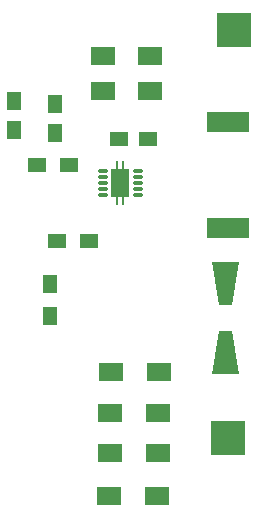
<source format=gbr>
G04 #@! TF.FileFunction,Paste,Top*
%FSLAX46Y46*%
G04 Gerber Fmt 4.6, Leading zero omitted, Abs format (unit mm)*
G04 Created by KiCad (PCBNEW 0.201509151501+6198~30~ubuntu14.04.1-product) date Wed 04 Nov 2015 10:21:58 PM EST*
%MOMM*%
G01*
G04 APERTURE LIST*
%ADD10C,0.100000*%
%ADD11R,2.000000X1.600000*%
%ADD12R,1.500000X1.250000*%
%ADD13R,1.250000X1.500000*%
%ADD14R,3.600000X1.800000*%
%ADD15R,1.500000X1.300000*%
%ADD16R,1.300000X1.500000*%
%ADD17R,2.999740X2.999740*%
%ADD18O,0.850000X0.280000*%
%ADD19R,1.650000X2.400000*%
%ADD20R,0.280000X0.700000*%
G04 APERTURE END LIST*
D10*
D11*
X121893080Y-61605160D03*
X117893080Y-61605160D03*
X121937280Y-64582040D03*
X117937280Y-64582040D03*
D12*
X121747600Y-68686680D03*
X119247600Y-68686680D03*
D13*
X113863120Y-68184400D03*
X113863120Y-65684400D03*
X110342680Y-67915160D03*
X110342680Y-65415160D03*
D11*
X122633240Y-88402160D03*
X118633240Y-88402160D03*
X122546880Y-91887040D03*
X118546880Y-91887040D03*
X122538240Y-95260160D03*
X118538240Y-95260160D03*
X122465600Y-98907600D03*
X118465600Y-98907600D03*
D10*
G36*
X129419350Y-88521540D02*
X127120650Y-88521540D01*
X127720090Y-84919820D01*
X128819910Y-84919820D01*
X129419350Y-88521540D01*
X129419350Y-88521540D01*
G37*
G36*
X127120650Y-79118460D02*
X129419350Y-79118460D01*
X128819910Y-82720180D01*
X127720090Y-82720180D01*
X127120650Y-79118460D01*
X127120650Y-79118460D01*
G37*
D14*
X128524000Y-67200000D03*
X128524000Y-76200000D03*
D15*
X115023880Y-70891400D03*
X112323880Y-70891400D03*
X116737120Y-77282040D03*
X114037120Y-77282040D03*
D16*
X113441480Y-80956160D03*
X113441480Y-83656160D03*
D17*
X129032000Y-59436000D03*
X128524000Y-93980000D03*
D18*
X117905000Y-71390000D03*
X117905000Y-71890000D03*
X117905000Y-72390000D03*
X117905000Y-72890000D03*
X117905000Y-73390000D03*
X120855000Y-73390000D03*
X120855000Y-72890000D03*
X120855000Y-72390000D03*
X120855000Y-71890000D03*
X120855000Y-71390000D03*
D19*
X119380000Y-72390000D03*
D20*
X119630000Y-70840000D03*
X119130000Y-70840000D03*
X119630000Y-73940000D03*
X119130000Y-73940000D03*
M02*

</source>
